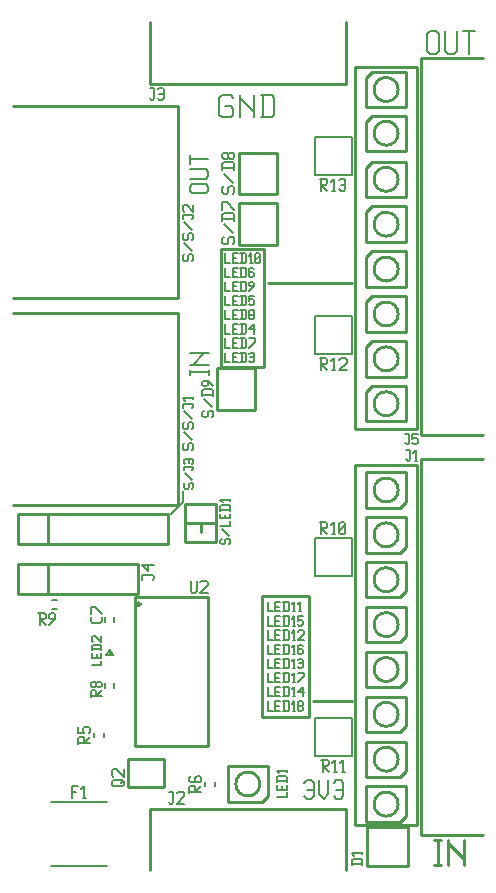
<source format=gbr>
G04 start of page 8 for group -4079 idx -4079 *
G04 Title: (unknown), topsilk *
G04 Creator: pcb 20110918 *
G04 CreationDate: Tue 21 Aug 2012 15:57:03 GMT UTC *
G04 For: rob *
G04 Format: Gerber/RS-274X *
G04 PCB-Dimensions: 157480 283465 *
G04 PCB-Coordinate-Origin: lower left *
%MOIN*%
%FSLAX25Y25*%
%LNTOPSILK*%
%ADD106C,0.0098*%
%ADD105C,0.0084*%
%ADD104C,0.0079*%
%ADD103C,0.0100*%
G54D103*X135039Y15355D02*X114567D01*
X135039Y135434D02*Y15355D01*
X114567D02*Y135434D01*
X83465Y91733D02*X99213D01*
Y51575D01*
X83465D01*
Y91733D01*
X100394Y56693D02*X113386D01*
X69685Y207481D02*X84252D01*
Y168111D01*
X69685D01*
Y207481D01*
X85433Y196063D02*X113386D01*
G54D104*X57086Y123230D02*X53149Y119293D01*
X57086Y126773D02*Y123230D01*
G54D103*X114567Y268111D02*X135039D01*
Y147638D01*
X114567D01*
Y135434D02*X135039D01*
X114567Y147638D02*Y268111D01*
G54D104*X60184Y225985D02*X64804D01*
X60184D02*X59414Y226755D01*
Y228295D02*Y226755D01*
Y228295D02*X60184Y229065D01*
X64804D01*
X65574Y228295D02*X64804Y229065D01*
X65574Y228295D02*Y226755D01*
X64804Y225985D02*X65574Y226755D01*
X59414Y230913D02*X64804D01*
X65574Y231683D01*
Y233223D02*Y231683D01*
Y233223D02*X64804Y233993D01*
X59414D02*X64804D01*
X59414Y238921D02*Y235841D01*
Y237381D02*X65574D01*
X59611Y167093D02*Y165553D01*
Y166323D02*X65771D01*
Y167093D02*Y165553D01*
X59611Y168941D02*X65771D01*
X59611D02*X60381D01*
X64231Y172791D01*
X59611D02*X65771D01*
G54D105*X140944Y10498D02*X143044D01*
X141994D02*Y2098D01*
X140944D02*X143044D01*
X145564Y10498D02*Y2098D01*
Y10498D02*Y9448D01*
X150814Y4198D01*
Y10498D02*Y2098D01*
G54D104*X138584Y279070D02*Y273430D01*
Y279070D02*X139524Y280010D01*
X141404D01*
X142344Y279070D01*
Y273430D01*
X141404Y272490D02*X142344Y273430D01*
X139524Y272490D02*X141404D01*
X138584Y273430D02*X139524Y272490D01*
X144600Y280010D02*Y273430D01*
X145540Y272490D01*
X147420D01*
X148360Y273430D01*
Y280010D02*Y273430D01*
X150616Y280010D02*X154376D01*
X152496D02*Y272490D01*
X72986Y258786D02*X73911Y257861D01*
X70211Y258786D02*X72986D01*
X69286Y257861D02*X70211Y258786D01*
X69286Y257861D02*Y252311D01*
X70211Y251386D01*
X72986D01*
X73911Y252311D01*
Y254161D02*Y252311D01*
X72986Y255086D02*X73911Y254161D01*
X71136Y255086D02*X72986D01*
X76131Y258786D02*Y251386D01*
Y258786D02*Y257861D01*
X80756Y253236D01*
Y258786D02*Y251386D01*
X83901Y258786D02*Y251386D01*
X86676Y258786D02*X87601Y257861D01*
Y252311D01*
X86676Y251386D02*X87601Y252311D01*
X82976Y251386D02*X86676D01*
X82976Y258786D02*X86676D01*
X97636Y29596D02*X98401Y30361D01*
X99931D01*
X100696Y29596D01*
Y25006D01*
X99931Y24241D02*X100696Y25006D01*
X98401Y24241D02*X99931D01*
X97636Y25006D02*X98401Y24241D01*
Y27301D02*X100696D01*
X102532Y30361D02*Y25771D01*
X104062Y24241D01*
X105592Y25771D01*
Y30361D02*Y25771D01*
X107428Y29596D02*X108193Y30361D01*
X109723D01*
X110488Y29596D01*
Y25006D01*
X109723Y24241D02*X110488Y25006D01*
X108193Y24241D02*X109723D01*
X107428Y25006D02*X108193Y24241D01*
Y27301D02*X110488D01*
X101180Y38582D02*X113385D01*
Y51181D02*Y38582D01*
X101180Y51181D02*X113385D01*
X101180D02*Y38582D01*
G54D103*X131538Y28341D02*Y18541D01*
X118158Y28341D02*X131538D01*
X118158D02*Y16541D01*
X129538D01*
X131538Y18541D02*X129538Y16541D01*
X128848Y22441D02*G75*G03X128848Y22441I-4000J0D01*G01*
X131538Y43301D02*Y33501D01*
X118158Y43301D02*X131538D01*
X118158D02*Y31501D01*
X129538D01*
X131538Y33501D02*X129538Y31501D01*
X128848Y37401D02*G75*G03X128848Y37401I-4000J0D01*G01*
X118361Y14705D02*X132261D01*
X118361D02*Y1905D01*
X132261D01*
Y14705D02*Y1905D01*
G54D104*X64634Y29921D02*Y28347D01*
X67650Y29921D02*Y28347D01*
G54D106*X111497Y20869D02*Y397D01*
X46025Y20869D02*Y397D01*
Y20869D02*X111497D01*
G54D103*X85430Y35034D02*Y25234D01*
X72050Y35034D02*X85430D01*
X72050D02*Y23234D01*
X83430D01*
X85430Y25234D02*X83430Y23234D01*
X82740Y29134D02*G75*G03X82740Y29134I-4000J0D01*G01*
X131538Y58262D02*Y48462D01*
X118158Y58262D02*X131538D01*
X118158D02*Y46462D01*
X129538D01*
X131538Y48462D02*X129538Y46462D01*
X128848Y52362D02*G75*G03X128848Y52362I-4000J0D01*G01*
G54D106*X45984Y283071D02*Y262599D01*
X111456Y283071D02*Y262599D01*
X45984D02*X111456D01*
G54D103*X118159Y264531D02*Y254731D01*
X131539D01*
Y266531D01*
X120159D01*
X118159Y264531D02*X120159Y266531D01*
X120849Y260631D02*G75*G03X120849Y260631I4000J0D01*G01*
X118159Y204688D02*Y194888D01*
X131539D01*
Y206688D01*
X120159D01*
X118159Y204688D02*X120159Y206688D01*
X120849Y200788D02*G75*G03X120849Y200788I4000J0D01*G01*
G54D106*X136615Y271104D02*X157087D01*
X136615Y145632D02*X157087D01*
X136615Y271104D02*Y145632D01*
G54D103*X118159Y249964D02*Y240164D01*
X131539D01*
Y251964D01*
X120159D01*
X118159Y249964D02*X120159Y251964D01*
X120849Y246064D02*G75*G03X120849Y246064I4000J0D01*G01*
X118159Y234610D02*Y224810D01*
X131539D01*
Y236610D01*
X120159D01*
X118159Y234610D02*X120159Y236610D01*
X120849Y230710D02*G75*G03X120849Y230710I4000J0D01*G01*
X118159Y219649D02*Y209849D01*
X131539D01*
Y221649D01*
X120159D01*
X118159Y219649D02*X120159Y221649D01*
X120849Y215749D02*G75*G03X120849Y215749I4000J0D01*G01*
G54D104*X101181Y185040D02*X113386D01*
X101181D02*Y172441D01*
X113386D01*
Y185040D02*Y172441D01*
G54D103*X118159Y189728D02*Y179928D01*
X131539D01*
Y191728D01*
X120159D01*
X118159Y189728D02*X120159Y191728D01*
X120849Y185828D02*G75*G03X120849Y185828I4000J0D01*G01*
X118159Y174767D02*Y164967D01*
X131539D01*
Y176767D01*
X120159D01*
X118159Y174767D02*X120159Y176767D01*
X120849Y170867D02*G75*G03X120849Y170867I4000J0D01*G01*
X118159Y159806D02*Y150006D01*
X131539D01*
Y161806D01*
X120159D01*
X118159Y159806D02*X120159Y161806D01*
X120849Y155906D02*G75*G03X120849Y155906I4000J0D01*G01*
G54D104*X101180Y244884D02*X113385D01*
X101180D02*Y232285D01*
X113385D01*
Y244884D02*Y232285D01*
G54D103*X88486Y239644D02*Y225744D01*
X75686Y239644D02*X88486D01*
X75686D02*Y225744D01*
X88486D01*
X81239Y167862D02*Y153962D01*
X68439Y167862D02*X81239D01*
X68439D02*Y153962D01*
X81239D01*
X75686Y222683D02*Y208783D01*
X88486D01*
Y222683D01*
X75686D01*
G54D106*X136615Y137598D02*X157087D01*
X136615Y12126D02*X157087D01*
X136615Y137598D02*Y12126D01*
G54D103*X62992Y116146D02*Y113146D01*
X57692Y116146D02*X68292D01*
Y122446D02*Y109846D01*
X57692D02*X68292D01*
X57692Y122446D02*Y109846D01*
Y122446D02*X68292D01*
X131538Y118104D02*Y108304D01*
X118158Y118104D02*X131538D01*
X118158D02*Y106304D01*
X129538D01*
X131538Y108304D02*X129538Y106304D01*
X128848Y112204D02*G75*G03X128848Y112204I-4000J0D01*G01*
X131538Y133065D02*Y123265D01*
X118158Y133065D02*X131538D01*
X118158D02*Y121265D01*
X129538D01*
X131538Y123265D02*X129538Y121265D01*
X128848Y127165D02*G75*G03X128848Y127165I-4000J0D01*G01*
G54D104*X101178Y98424D02*X113383D01*
Y111023D02*Y98424D01*
X101178Y111023D02*X113383D01*
X101178D02*Y98424D01*
G54D103*X131538Y73223D02*Y63423D01*
X118158Y73223D02*X131538D01*
X118158D02*Y61423D01*
X129538D01*
X131538Y63423D02*X129538Y61423D01*
X128848Y67323D02*G75*G03X128848Y67323I-4000J0D01*G01*
X131538Y88183D02*Y78383D01*
X118158Y88183D02*X131538D01*
X118158D02*Y76383D01*
X129538D01*
X131538Y78383D02*X129538Y76383D01*
X128848Y82283D02*G75*G03X128848Y82283I-4000J0D01*G01*
X131538Y103144D02*Y93344D01*
X118158Y103144D02*X131538D01*
X118158D02*Y91344D01*
X129538D01*
X131538Y93344D02*X129538Y91344D01*
X128848Y97244D02*G75*G03X128848Y97244I-4000J0D01*G01*
X579Y186273D02*X55354D01*
Y122273D02*Y186273D01*
X579Y122273D02*X55354D01*
G54D104*X13547Y87469D02*X15121D01*
X13547Y90485D02*X15121D01*
X31169Y84878D02*Y83304D01*
X34185Y84878D02*Y83304D01*
X31496Y72281D02*X33858D01*
X32677Y73855D02*X31496Y72281D01*
X32677Y73855D02*X33858Y72281D01*
X32677Y73855D02*Y72281D01*
G54D103*X41140Y91538D02*X65550D01*
X41140D02*Y41932D01*
X65550D01*
Y91538D02*Y41932D01*
X41751Y89058D02*G75*G03X41751Y89058I610J0D01*G01*
G54D104*X34185Y62831D02*Y61257D01*
X31169Y62831D02*Y61257D01*
G54D103*X2008Y92638D02*X42008D01*
Y102638D02*Y92638D01*
X2008Y102638D02*X42008D01*
X2008D02*Y92638D01*
X12008Y102638D02*Y92638D01*
X2008Y102638D02*X12008D01*
X2009Y119174D02*X12009D01*
Y109174D01*
X2009Y119174D02*Y109174D01*
Y119174D02*X52009D01*
Y109174D01*
X2009D02*X52009D01*
X579Y255170D02*X55354D01*
Y191170D02*Y255170D01*
X579Y191170D02*X55354D01*
X38839Y37516D02*X50739D01*
X38839D02*Y28116D01*
X50739D01*
Y37516D02*Y28116D01*
G54D104*X27626Y46296D02*Y44722D01*
X30642Y46296D02*Y44722D01*
X13190Y1968D02*X31694D01*
X13190Y23228D02*X31694D01*
X131554Y140448D02*X132889D01*
Y137333D01*
X132444Y136888D02*X132889Y137333D01*
X131999Y136888D02*X132444D01*
X131554Y137333D02*X131999Y136888D01*
X134402D02*X135292D01*
X134847Y140448D02*Y136888D01*
X133957Y139558D02*X134847Y140448D01*
X131203Y145959D02*X132538D01*
Y142844D01*
X132093Y142399D02*X132538Y142844D01*
X131648Y142399D02*X132093D01*
X131203Y142844D02*X131648Y142399D01*
X133606Y145959D02*X135386D01*
X133606D02*Y144179D01*
X134051Y144624D01*
X134941D01*
X135386Y144179D01*
Y142844D01*
X134941Y142399D02*X135386Y142844D01*
X134051Y142399D02*X134941D01*
X133606Y142844D02*X134051Y142399D01*
X57496Y129161D02*X57886Y129551D01*
X57496Y129161D02*Y127991D01*
X57886Y127601D02*X57496Y127991D01*
X57886Y127601D02*X58666D01*
X59056Y127991D01*
Y129161D02*Y127991D01*
Y129161D02*X59446Y129551D01*
X60226D01*
X60616Y129161D02*X60226Y129551D01*
X60616Y129161D02*Y127991D01*
X60226Y127601D02*X60616Y127991D01*
X60226Y130487D02*X57886Y132827D01*
X57496Y134933D02*Y133763D01*
Y134933D02*X60226D01*
X60616Y134543D02*X60226Y134933D01*
X60616Y134543D02*Y134153D01*
X60226Y133763D02*X60616Y134153D01*
X57886Y135869D02*X57496Y136259D01*
Y137039D02*Y136259D01*
Y137039D02*X57886Y137429D01*
X60226D01*
X60616Y137039D02*X60226Y137429D01*
X60616Y137039D02*Y136259D01*
X60226Y135869D02*X60616Y136259D01*
X59056Y137429D02*Y136259D01*
X63589Y153183D02*X64034Y153628D01*
X63589Y153183D02*Y151848D01*
X64034Y151403D02*X63589Y151848D01*
X64034Y151403D02*X64924D01*
X65369Y151848D01*
Y153183D02*Y151848D01*
Y153183D02*X65814Y153628D01*
X66704D01*
X67149Y153183D02*X66704Y153628D01*
X67149Y153183D02*Y151848D01*
X66704Y151403D02*X67149Y151848D01*
X66704Y154696D02*X64034Y157366D01*
X63589Y158879D02*X67149D01*
X63589Y160214D02*X64034Y160659D01*
X66704D01*
X67149Y160214D02*X66704Y160659D01*
X67149Y160214D02*Y158434D01*
X63589Y160214D02*Y158434D01*
X67149Y161727D02*X65369Y163507D01*
X64034D02*X65369D01*
X63589Y163062D02*X64034Y163507D01*
X63589Y163062D02*Y162172D01*
X64034Y161727D02*X63589Y162172D01*
X64034Y161727D02*X64924D01*
X65369Y162172D01*
Y163507D02*Y162172D01*
X57072Y142252D02*X57517Y142697D01*
X57072Y142252D02*Y140917D01*
X57517Y140472D02*X57072Y140917D01*
X57517Y140472D02*X58407D01*
X58852Y140917D01*
Y142252D02*Y140917D01*
Y142252D02*X59297Y142697D01*
X60187D01*
X60632Y142252D02*X60187Y142697D01*
X60632Y142252D02*Y140917D01*
X60187Y140472D02*X60632Y140917D01*
X60187Y143765D02*X57517Y146435D01*
X57072Y149283D02*X57517Y149728D01*
X57072Y149283D02*Y147948D01*
X57517Y147503D02*X57072Y147948D01*
X57517Y147503D02*X58407D01*
X58852Y147948D01*
Y149283D02*Y147948D01*
Y149283D02*X59297Y149728D01*
X60187D01*
X60632Y149283D02*X60187Y149728D01*
X60632Y149283D02*Y147948D01*
X60187Y147503D02*X60632Y147948D01*
X60187Y150796D02*X57517Y153466D01*
X57072Y155869D02*Y154534D01*
Y155869D02*X60187D01*
X60632Y155424D02*X60187Y155869D01*
X60632Y155424D02*Y154979D01*
X60187Y154534D02*X60632Y154979D01*
Y158272D02*Y157382D01*
X57072Y157827D02*X60632D01*
X57962Y156937D02*X57072Y157827D01*
X102755Y230891D02*X104755D01*
X105255Y230391D01*
Y229391D01*
X104755Y228891D02*X105255Y229391D01*
X103255Y228891D02*X104755D01*
X103255Y230891D02*Y226891D01*
Y228891D02*X105255Y226891D01*
X106955D02*X107955D01*
X107455Y230891D02*Y226891D01*
X106455Y229891D02*X107455Y230891D01*
X109155Y230391D02*X109655Y230891D01*
X110655D01*
X111155Y230391D01*
Y227391D01*
X110655Y226891D02*X111155Y227391D01*
X109655Y226891D02*X110655D01*
X109155Y227391D02*X109655Y226891D01*
Y228891D02*X111155D01*
X46083Y261205D02*X47583D01*
Y257705D01*
X47083Y257205D02*X47583Y257705D01*
X46583Y257205D02*X47083D01*
X46083Y257705D02*X46583Y257205D01*
X48783Y260705D02*X49283Y261205D01*
X50283D01*
X50783Y260705D01*
Y257705D01*
X50283Y257205D02*X50783Y257705D01*
X49283Y257205D02*X50283D01*
X48783Y257705D02*X49283Y257205D01*
Y259205D02*X50783D01*
X70158Y227941D02*X70658Y228441D01*
X70158Y227941D02*Y226441D01*
X70658Y225941D02*X70158Y226441D01*
X70658Y225941D02*X71658D01*
X72158Y226441D01*
Y227941D02*Y226441D01*
Y227941D02*X72658Y228441D01*
X73658D01*
X74158Y227941D02*X73658Y228441D01*
X74158Y227941D02*Y226441D01*
X73658Y225941D02*X74158Y226441D01*
X73658Y229641D02*X70658Y232641D01*
X70158Y234341D02*X74158D01*
X70158Y235841D02*X70658Y236341D01*
X73658D01*
X74158Y235841D02*X73658Y236341D01*
X74158Y235841D02*Y233841D01*
X70158Y235841D02*Y233841D01*
X73658Y237541D02*X74158Y238041D01*
X72658Y237541D02*X73658D01*
X72658D02*X72158Y238041D01*
Y239041D02*Y238041D01*
Y239041D02*X72658Y239541D01*
X73658D01*
X74158Y239041D02*X73658Y239541D01*
X74158Y239041D02*Y238041D01*
X71658Y237541D02*X72158Y238041D01*
X70658Y237541D02*X71658D01*
X70658D02*X70158Y238041D01*
Y239041D02*Y238041D01*
Y239041D02*X70658Y239541D01*
X71658D01*
X72158Y239041D02*X71658Y239541D01*
X70159Y211011D02*X70659Y211511D01*
X70159Y211011D02*Y209511D01*
X70659Y209011D02*X70159Y209511D01*
X70659Y209011D02*X71659D01*
X72159Y209511D01*
Y211011D02*Y209511D01*
Y211011D02*X72659Y211511D01*
X73659D01*
X74159Y211011D02*X73659Y211511D01*
X74159Y211011D02*Y209511D01*
X73659Y209011D02*X74159Y209511D01*
X73659Y212711D02*X70659Y215711D01*
X70159Y217411D02*X74159D01*
X70159Y218911D02*X70659Y219411D01*
X73659D01*
X74159Y218911D02*X73659Y219411D01*
X74159Y218911D02*Y216911D01*
X70159Y218911D02*Y216911D01*
X74159Y220611D02*X71659Y223111D01*
X70159D02*X71659D01*
X70159D02*Y220611D01*
X57071Y205246D02*X57516Y205691D01*
X57071Y205246D02*Y203911D01*
X57516Y203466D02*X57071Y203911D01*
X57516Y203466D02*X58406D01*
X58851Y203911D01*
Y205246D02*Y203911D01*
Y205246D02*X59296Y205691D01*
X60186D01*
X60631Y205246D02*X60186Y205691D01*
X60631Y205246D02*Y203911D01*
X60186Y203466D02*X60631Y203911D01*
X60186Y206759D02*X57516Y209429D01*
X57071Y212277D02*X57516Y212722D01*
X57071Y212277D02*Y210942D01*
X57516Y210497D02*X57071Y210942D01*
X57516Y210497D02*X58406D01*
X58851Y210942D01*
Y212277D02*Y210942D01*
Y212277D02*X59296Y212722D01*
X60186D01*
X60631Y212277D02*X60186Y212722D01*
X60631Y212277D02*Y210942D01*
X60186Y210497D02*X60631Y210942D01*
X60186Y213790D02*X57516Y216460D01*
X57071Y218863D02*Y217528D01*
Y218863D02*X60186D01*
X60631Y218418D02*X60186Y218863D01*
X60631Y218418D02*Y217973D01*
X60186Y217528D02*X60631Y217973D01*
X57516Y219931D02*X57071Y220376D01*
Y221711D02*Y220376D01*
Y221711D02*X57516Y222156D01*
X58406D01*
X60631Y219931D02*X58406Y222156D01*
X60631D02*Y219931D01*
X71259Y206010D02*Y202890D01*
X72819D01*
X73755Y204450D02*X74925D01*
X73755Y202890D02*X75315D01*
X73755Y206010D02*Y202890D01*
Y206010D02*X75315D01*
X76641D02*Y202890D01*
X77811Y206010D02*X78201Y205620D01*
Y203280D01*
X77811Y202890D02*X78201Y203280D01*
X76251Y202890D02*X77811D01*
X76251Y206010D02*X77811D01*
X79527Y202890D02*X80307D01*
X79917Y206010D02*Y202890D01*
X79137Y205230D02*X79917Y206010D01*
X81243Y203280D02*X81633Y202890D01*
X81243Y205620D02*Y203280D01*
Y205620D02*X81633Y206010D01*
X82413D01*
X82803Y205620D01*
Y203280D01*
X82413Y202890D02*X82803Y203280D01*
X81633Y202890D02*X82413D01*
X81243Y203670D02*X82803Y205230D01*
X102755Y171047D02*X104755D01*
X105255Y170547D01*
Y169547D01*
X104755Y169047D02*X105255Y169547D01*
X103255Y169047D02*X104755D01*
X103255Y171047D02*Y167047D01*
Y169047D02*X105255Y167047D01*
X106955D02*X107955D01*
X107455Y171047D02*Y167047D01*
X106455Y170047D02*X107455Y171047D01*
X109155Y170547D02*X109655Y171047D01*
X111155D01*
X111655Y170547D01*
Y169547D01*
X109155Y167047D02*X111655Y169547D01*
X109155Y167047D02*X111655D01*
X71260Y187115D02*Y183995D01*
X72820D01*
X73756Y185555D02*X74926D01*
X73756Y183995D02*X75316D01*
X73756Y187115D02*Y183995D01*
Y187115D02*X75316D01*
X76642D02*Y183995D01*
X77812Y187115D02*X78202Y186725D01*
Y184385D01*
X77812Y183995D02*X78202Y184385D01*
X76252Y183995D02*X77812D01*
X76252Y187115D02*X77812D01*
X79138Y184385D02*X79528Y183995D01*
X79138Y185165D02*Y184385D01*
Y185165D02*X79528Y185555D01*
X80308D01*
X80698Y185165D01*
Y184385D01*
X80308Y183995D02*X80698Y184385D01*
X79528Y183995D02*X80308D01*
X79138Y185945D02*X79528Y185555D01*
X79138Y186725D02*Y185945D01*
Y186725D02*X79528Y187115D01*
X80308D01*
X80698Y186725D01*
Y185945D01*
X80308Y185555D02*X80698Y185945D01*
X71257Y201289D02*Y198169D01*
X72817D01*
X73753Y199729D02*X74923D01*
X73753Y198169D02*X75313D01*
X73753Y201289D02*Y198169D01*
Y201289D02*X75313D01*
X76639D02*Y198169D01*
X77809Y201289D02*X78199Y200899D01*
Y198559D01*
X77809Y198169D02*X78199Y198559D01*
X76249Y198169D02*X77809D01*
X76249Y201289D02*X77809D01*
X80305D02*X80695Y200899D01*
X79525Y201289D02*X80305D01*
X79135Y200899D02*X79525Y201289D01*
X79135Y200899D02*Y198559D01*
X79525Y198169D01*
X80305Y199729D02*X80695Y199339D01*
X79135Y199729D02*X80305D01*
X79525Y198169D02*X80305D01*
X80695Y198559D01*
Y199339D02*Y198559D01*
X71257Y196563D02*Y193443D01*
X72817D01*
X73753Y195003D02*X74923D01*
X73753Y193443D02*X75313D01*
X73753Y196563D02*Y193443D01*
Y196563D02*X75313D01*
X76639D02*Y193443D01*
X77809Y196563D02*X78199Y196173D01*
Y193833D01*
X77809Y193443D02*X78199Y193833D01*
X76249Y193443D02*X77809D01*
X76249Y196563D02*X77809D01*
X79135Y193443D02*X80695Y195003D01*
Y196173D02*Y195003D01*
X80305Y196563D02*X80695Y196173D01*
X79525Y196563D02*X80305D01*
X79135Y196173D02*X79525Y196563D01*
X79135Y196173D02*Y195393D01*
X79525Y195003D01*
X80695D01*
X71258Y191840D02*Y188720D01*
X72818D01*
X73754Y190280D02*X74924D01*
X73754Y188720D02*X75314D01*
X73754Y191840D02*Y188720D01*
Y191840D02*X75314D01*
X76640D02*Y188720D01*
X77810Y191840D02*X78200Y191450D01*
Y189110D01*
X77810Y188720D02*X78200Y189110D01*
X76250Y188720D02*X77810D01*
X76250Y191840D02*X77810D01*
X79136D02*X80696D01*
X79136D02*Y190280D01*
X79526Y190670D01*
X80306D01*
X80696Y190280D01*
Y189110D01*
X80306Y188720D02*X80696Y189110D01*
X79526Y188720D02*X80306D01*
X79136Y189110D02*X79526Y188720D01*
X71259Y182390D02*Y179270D01*
X72819D01*
X73755Y180830D02*X74925D01*
X73755Y179270D02*X75315D01*
X73755Y182390D02*Y179270D01*
Y182390D02*X75315D01*
X76641D02*Y179270D01*
X77811Y182390D02*X78201Y182000D01*
Y179660D01*
X77811Y179270D02*X78201Y179660D01*
X76251Y179270D02*X77811D01*
X76251Y182390D02*X77811D01*
X79137Y180830D02*X80697Y182390D01*
X79137Y180830D02*X81087D01*
X80697Y182390D02*Y179270D01*
X71261Y177667D02*Y174547D01*
X72821D01*
X73757Y176107D02*X74927D01*
X73757Y174547D02*X75317D01*
X73757Y177667D02*Y174547D01*
Y177667D02*X75317D01*
X76643D02*Y174547D01*
X77813Y177667D02*X78203Y177277D01*
Y174937D01*
X77813Y174547D02*X78203Y174937D01*
X76253Y174547D02*X77813D01*
X76253Y177667D02*X77813D01*
X79139Y174547D02*X81089Y176497D01*
Y177667D02*Y176497D01*
X79139Y177667D02*X81089D01*
X71259Y172940D02*Y169820D01*
X72819D01*
X73755Y171380D02*X74925D01*
X73755Y169820D02*X75315D01*
X73755Y172940D02*Y169820D01*
Y172940D02*X75315D01*
X76641D02*Y169820D01*
X77811Y172940D02*X78201Y172550D01*
Y170210D01*
X77811Y169820D02*X78201Y170210D01*
X76251Y169820D02*X77811D01*
X76251Y172940D02*X77811D01*
X79137Y172550D02*X79527Y172940D01*
X80307D01*
X80697Y172550D01*
Y170210D01*
X80307Y169820D02*X80697Y170210D01*
X79527Y169820D02*X80307D01*
X79137Y170210D02*X79527Y169820D01*
Y171380D02*X80697D01*
X59267Y27985D02*Y25985D01*
Y27985D02*X59767Y28485D01*
X60767D01*
X61267Y27985D02*X60767Y28485D01*
X61267Y27985D02*Y26485D01*
X59267D02*X63267D01*
X61267D02*X63267Y28485D01*
X59267Y31185D02*X59767Y31685D01*
X59267Y31185D02*Y30185D01*
X59767Y29685D02*X59267Y30185D01*
X59767Y29685D02*X62767D01*
X63267Y30185D01*
X61267Y31185D02*X61767Y31685D01*
X61267Y31185D02*Y29685D01*
X63267Y31185D02*Y30185D01*
Y31185D02*X62767Y31685D01*
X61767D02*X62767D01*
X88523Y24803D02*X91643D01*
Y26363D02*Y24803D01*
X90083Y28469D02*Y27299D01*
X91643Y28859D02*Y27299D01*
X88523D02*X91643D01*
X88523Y28859D02*Y27299D01*
Y30185D02*X91643D01*
X88523Y31355D02*X88913Y31745D01*
X91253D01*
X91643Y31355D02*X91253Y31745D01*
X91643Y31355D02*Y29795D01*
X88523Y31355D02*Y29795D01*
X91643Y33851D02*Y33071D01*
X88523Y33461D02*X91643D01*
X89303Y32681D02*X88523Y33461D01*
X103150Y37189D02*X105150D01*
X105650Y36689D01*
Y35689D01*
X105150Y35189D02*X105650Y35689D01*
X103650Y35189D02*X105150D01*
X103650Y37189D02*Y33189D01*
Y35189D02*X105650Y33189D01*
X107350D02*X108350D01*
X107850Y37189D02*Y33189D01*
X106850Y36189D02*X107850Y37189D01*
X110050Y33189D02*X111050D01*
X110550Y37189D02*Y33189D01*
X109550Y36189D02*X110550Y37189D01*
X85433Y56709D02*Y53589D01*
X86993D01*
X87929Y55149D02*X89099D01*
X87929Y53589D02*X89489D01*
X87929Y56709D02*Y53589D01*
Y56709D02*X89489D01*
X90815D02*Y53589D01*
X91985Y56709D02*X92375Y56319D01*
Y53979D01*
X91985Y53589D02*X92375Y53979D01*
X90425Y53589D02*X91985D01*
X90425Y56709D02*X91985D01*
X93701Y53589D02*X94481D01*
X94091Y56709D02*Y53589D01*
X93311Y55929D02*X94091Y56709D01*
X95417Y53979D02*X95807Y53589D01*
X95417Y54759D02*Y53979D01*
Y54759D02*X95807Y55149D01*
X96587D01*
X96977Y54759D01*
Y53979D01*
X96587Y53589D02*X96977Y53979D01*
X95807Y53589D02*X96587D01*
X95417Y55539D02*X95807Y55149D01*
X95417Y56319D02*Y55539D01*
Y56319D02*X95807Y56709D01*
X96587D01*
X96977Y56319D01*
Y55539D01*
X96587Y55149D02*X96977Y55539D01*
X85432Y61434D02*Y58314D01*
X86992D01*
X87928Y59874D02*X89098D01*
X87928Y58314D02*X89488D01*
X87928Y61434D02*Y58314D01*
Y61434D02*X89488D01*
X90814D02*Y58314D01*
X91984Y61434D02*X92374Y61044D01*
Y58704D01*
X91984Y58314D02*X92374Y58704D01*
X90424Y58314D02*X91984D01*
X90424Y61434D02*X91984D01*
X93700Y58314D02*X94480D01*
X94090Y61434D02*Y58314D01*
X93310Y60654D02*X94090Y61434D01*
X95416Y59874D02*X96976Y61434D01*
X95416Y59874D02*X97366D01*
X96976Y61434D02*Y58314D01*
X113392Y2436D02*X116952D01*
X113392Y3771D02*X113837Y4216D01*
X116507D01*
X116952Y3771D02*X116507Y4216D01*
X116952Y3771D02*Y1991D01*
X113392Y3771D02*Y1991D01*
X116952Y6619D02*Y5729D01*
X113392Y6174D02*X116952D01*
X114282Y5284D02*X113392Y6174D01*
X85432Y66157D02*Y63037D01*
X86992D01*
X87928Y64597D02*X89098D01*
X87928Y63037D02*X89488D01*
X87928Y66157D02*Y63037D01*
Y66157D02*X89488D01*
X90814D02*Y63037D01*
X91984Y66157D02*X92374Y65767D01*
Y63427D01*
X91984Y63037D02*X92374Y63427D01*
X90424Y63037D02*X91984D01*
X90424Y66157D02*X91984D01*
X93700Y63037D02*X94480D01*
X94090Y66157D02*Y63037D01*
X93310Y65377D02*X94090Y66157D01*
X95416Y63037D02*X97366Y64987D01*
Y66157D02*Y64987D01*
X95416Y66157D02*X97366D01*
X85433Y70881D02*Y67761D01*
X86993D01*
X87929Y69321D02*X89099D01*
X87929Y67761D02*X89489D01*
X87929Y70881D02*Y67761D01*
Y70881D02*X89489D01*
X90815D02*Y67761D01*
X91985Y70881D02*X92375Y70491D01*
Y68151D01*
X91985Y67761D02*X92375Y68151D01*
X90425Y67761D02*X91985D01*
X90425Y70881D02*X91985D01*
X93701Y67761D02*X94481D01*
X94091Y70881D02*Y67761D01*
X93311Y70101D02*X94091Y70881D01*
X95417Y70491D02*X95807Y70881D01*
X96587D01*
X96977Y70491D01*
Y68151D01*
X96587Y67761D02*X96977Y68151D01*
X95807Y67761D02*X96587D01*
X95417Y68151D02*X95807Y67761D01*
Y69321D02*X96977D01*
X85431Y75607D02*Y72487D01*
X86991D01*
X87927Y74047D02*X89097D01*
X87927Y72487D02*X89487D01*
X87927Y75607D02*Y72487D01*
Y75607D02*X89487D01*
X90813D02*Y72487D01*
X91983Y75607D02*X92373Y75217D01*
Y72877D01*
X91983Y72487D02*X92373Y72877D01*
X90423Y72487D02*X91983D01*
X90423Y75607D02*X91983D01*
X93699Y72487D02*X94479D01*
X94089Y75607D02*Y72487D01*
X93309Y74827D02*X94089Y75607D01*
X96585D02*X96975Y75217D01*
X95805Y75607D02*X96585D01*
X95415Y75217D02*X95805Y75607D01*
X95415Y75217D02*Y72877D01*
X95805Y72487D01*
X96585Y74047D02*X96975Y73657D01*
X95415Y74047D02*X96585D01*
X95805Y72487D02*X96585D01*
X96975Y72877D01*
Y73657D02*Y72877D01*
X85431Y80331D02*Y77211D01*
X86991D01*
X87927Y78771D02*X89097D01*
X87927Y77211D02*X89487D01*
X87927Y80331D02*Y77211D01*
Y80331D02*X89487D01*
X90813D02*Y77211D01*
X91983Y80331D02*X92373Y79941D01*
Y77601D01*
X91983Y77211D02*X92373Y77601D01*
X90423Y77211D02*X91983D01*
X90423Y80331D02*X91983D01*
X93699Y77211D02*X94479D01*
X94089Y80331D02*Y77211D01*
X93309Y79551D02*X94089Y80331D01*
X95415Y79941D02*X95805Y80331D01*
X96975D01*
X97365Y79941D01*
Y79161D01*
X95415Y77211D02*X97365Y79161D01*
X95415Y77211D02*X97365D01*
X85432Y85054D02*Y81934D01*
X86992D01*
X87928Y83494D02*X89098D01*
X87928Y81934D02*X89488D01*
X87928Y85054D02*Y81934D01*
Y85054D02*X89488D01*
X90814D02*Y81934D01*
X91984Y85054D02*X92374Y84664D01*
Y82324D01*
X91984Y81934D02*X92374Y82324D01*
X90424Y81934D02*X91984D01*
X90424Y85054D02*X91984D01*
X93700Y81934D02*X94480D01*
X94090Y85054D02*Y81934D01*
X93310Y84274D02*X94090Y85054D01*
X95416D02*X96976D01*
X95416D02*Y83494D01*
X95806Y83884D01*
X96586D01*
X96976Y83494D01*
Y82324D01*
X96586Y81934D02*X96976Y82324D01*
X95806Y81934D02*X96586D01*
X95416Y82324D02*X95806Y81934D01*
X85432Y89780D02*Y86660D01*
X86992D01*
X87928Y88220D02*X89098D01*
X87928Y86660D02*X89488D01*
X87928Y89780D02*Y86660D01*
Y89780D02*X89488D01*
X90814D02*Y86660D01*
X91984Y89780D02*X92374Y89390D01*
Y87050D01*
X91984Y86660D02*X92374Y87050D01*
X90424Y86660D02*X91984D01*
X90424Y89780D02*X91984D01*
X93700Y86660D02*X94480D01*
X94090Y89780D02*Y86660D01*
X93310Y89000D02*X94090Y89780D01*
X95806Y86660D02*X96586D01*
X96196Y89780D02*Y86660D01*
X95416Y89000D02*X96196Y89780D01*
X69585Y110582D02*X69975Y110972D01*
X69585Y110582D02*Y109412D01*
X69975Y109022D02*X69585Y109412D01*
X69975Y109022D02*X70755D01*
X71145Y109412D01*
Y110582D02*Y109412D01*
Y110582D02*X71535Y110972D01*
X72315D01*
X72705Y110582D02*X72315Y110972D01*
X72705Y110582D02*Y109412D01*
X72315Y109022D02*X72705Y109412D01*
X72315Y111908D02*X69975Y114248D01*
X69585Y115184D02*X72705D01*
Y116744D02*Y115184D01*
X71145Y118850D02*Y117680D01*
X72705Y119240D02*Y117680D01*
X69585D02*X72705D01*
X69585Y119240D02*Y117680D01*
Y120566D02*X72705D01*
X69585Y121736D02*X69975Y122126D01*
X72315D01*
X72705Y121736D02*X72315Y122126D01*
X72705Y121736D02*Y120176D01*
X69585Y121736D02*Y120176D01*
X72705Y124232D02*Y123452D01*
X69585Y123842D02*X72705D01*
X70365Y123062D02*X69585Y123842D01*
X102758Y116324D02*X104758D01*
X105258Y115824D01*
Y114824D01*
X104758Y114324D02*X105258Y114824D01*
X103258Y114324D02*X104758D01*
X103258Y116324D02*Y112324D01*
Y114324D02*X105258Y112324D01*
X106958D02*X107958D01*
X107458Y116324D02*Y112324D01*
X106458Y115324D02*X107458Y116324D01*
X109158Y112824D02*X109658Y112324D01*
X109158Y115824D02*Y112824D01*
Y115824D02*X109658Y116324D01*
X110658D01*
X111158Y115824D01*
Y112824D01*
X110658Y112324D02*X111158Y112824D01*
X109658Y112324D02*X110658D01*
X109158Y113324D02*X111158Y115324D01*
X20080Y28529D02*Y24529D01*
Y28529D02*X22080D01*
X20080Y26529D02*X21580D01*
X23780Y24529D02*X24780D01*
X24280Y28529D02*Y24529D01*
X23280Y27529D02*X24280Y28529D01*
X52383Y26561D02*X53883D01*
Y23061D01*
X53383Y22561D02*X53883Y23061D01*
X52883Y22561D02*X53383D01*
X52383Y23061D02*X52883Y22561D01*
X55083Y26061D02*X55583Y26561D01*
X57083D01*
X57583Y26061D01*
Y25061D01*
X55083Y22561D02*X57583Y25061D01*
X55083Y22561D02*X57583D01*
X33916Y28394D02*X36916D01*
X33916D02*X33416Y28894D01*
Y29894D02*Y28894D01*
Y29894D02*X33916Y30394D01*
X36916D01*
X37416Y29894D02*X36916Y30394D01*
X37416Y29894D02*Y28894D01*
X36916Y28394D02*X37416Y28894D01*
X36416Y29394D02*X37416Y30394D01*
X33916Y31594D02*X33416Y32094D01*
Y33594D02*Y32094D01*
Y33594D02*X33916Y34094D01*
X34916D01*
X37416Y31594D02*X34916Y34094D01*
X37416D02*Y31594D01*
X22260Y44359D02*Y42359D01*
Y44359D02*X22760Y44859D01*
X23760D01*
X24260Y44359D02*X23760Y44859D01*
X24260Y44359D02*Y42859D01*
X22260D02*X26260D01*
X24260D02*X26260Y44859D01*
X22260Y48059D02*Y46059D01*
X24260D01*
X23760Y46559D01*
Y47559D02*Y46559D01*
Y47559D02*X24260Y48059D01*
X25760D01*
X26260Y47559D02*X25760Y48059D01*
X26260Y47559D02*Y46559D01*
X25760Y46059D02*X26260Y46559D01*
X26479Y59959D02*Y58179D01*
Y59959D02*X26924Y60404D01*
X27814D01*
X28259Y59959D02*X27814Y60404D01*
X28259Y59959D02*Y58624D01*
X26479D02*X30039D01*
X28259D02*X30039Y60404D01*
X29594Y61472D02*X30039Y61917D01*
X28704Y61472D02*X29594D01*
X28704D02*X28259Y61917D01*
Y62807D02*Y61917D01*
Y62807D02*X28704Y63252D01*
X29594D01*
X30039Y62807D02*X29594Y63252D01*
X30039Y62807D02*Y61917D01*
X27814Y61472D02*X28259Y61917D01*
X26924Y61472D02*X27814D01*
X26924D02*X26479Y61917D01*
Y62807D02*Y61917D01*
Y62807D02*X26924Y63252D01*
X27814D01*
X28259Y62807D02*X27814Y63252D01*
X8894Y86007D02*X10894D01*
X11394Y85507D01*
Y84507D01*
X10894Y84007D02*X11394Y84507D01*
X9394Y84007D02*X10894D01*
X9394Y86007D02*Y82007D01*
Y84007D02*X11394Y82007D01*
X12594D02*X14594Y84007D01*
Y85507D02*Y84007D01*
X14094Y86007D02*X14594Y85507D01*
X13094Y86007D02*X14094D01*
X12594Y85507D02*X13094Y86007D01*
X12594Y85507D02*Y84507D01*
X13094Y84007D01*
X14594D01*
X30040Y84691D02*Y83356D01*
X29595Y82911D02*X30040Y83356D01*
X26925Y82911D02*X29595D01*
X26925D02*X26480Y83356D01*
Y84691D02*Y83356D01*
X30040Y85759D02*X27815Y87984D01*
X26480D02*X27815D01*
X26480D02*Y85759D01*
X26765Y68665D02*X29885D01*
Y70225D02*Y68665D01*
X28325Y72331D02*Y71161D01*
X29885Y72721D02*Y71161D01*
X26765D02*X29885D01*
X26765Y72721D02*Y71161D01*
Y74047D02*X29885D01*
X26765Y75217D02*X27155Y75607D01*
X29495D01*
X29885Y75217D02*X29495Y75607D01*
X29885Y75217D02*Y73657D01*
X26765Y75217D02*Y73657D01*
X27155Y76543D02*X26765Y76933D01*
Y78103D02*Y76933D01*
Y78103D02*X27155Y78493D01*
X27935D01*
X29885Y76543D02*X27935Y78493D01*
X29885D02*Y76543D01*
X43543Y98784D02*Y97284D01*
Y98784D02*X47043D01*
X47543Y98284D02*X47043Y98784D01*
X47543Y98284D02*Y97784D01*
X47043Y97284D02*X47543Y97784D01*
X45543Y99984D02*X43543Y101984D01*
X45543Y102484D02*Y99984D01*
X43543Y101984D02*X47543D01*
X59645Y96837D02*Y93337D01*
X60145Y92837D01*
X61145D01*
X61645Y93337D01*
Y96837D02*Y93337D01*
X62845Y96337D02*X63345Y96837D01*
X64845D01*
X65345Y96337D01*
Y95337D01*
X62845Y92837D02*X65345Y95337D01*
X62845Y92837D02*X65345D01*
M02*

</source>
